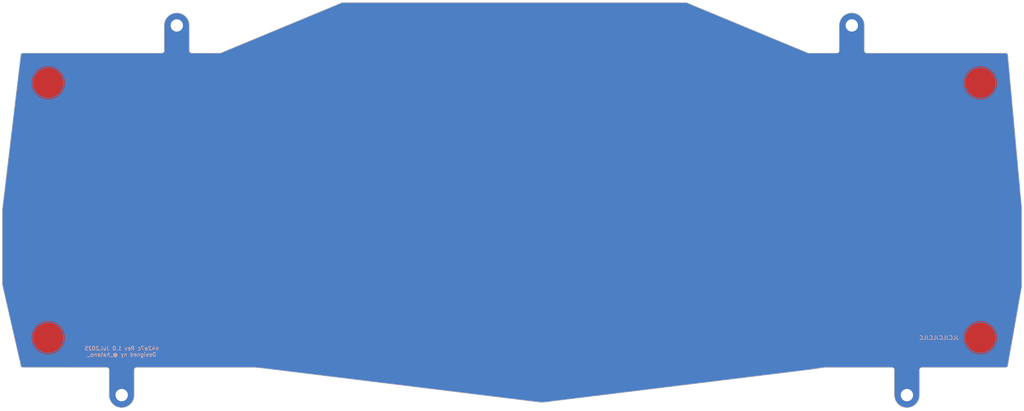
<source format=kicad_pcb>
(kicad_pcb (version 20241229) (generator "pcbnew") (generator_version "9.0")
  (title_block (title "n42a7c") (date "2025-06-08") (rev "1.0"))
  (layers (0 "F.Cu" mixed) (2 "B.Cu" mixed) (13 "F.Paste" user) (15 "B.Paste" user) (5 "F.SilkS" user "F.Silkscreen") (7 "B.SilkS" user "B.Silkscreen") (1 "F.Mask" user) (3 "B.Mask" user) (25 "Edge.Cuts" user))
  (net 0 "")
  (net 1 "GND")
  (footprint "cscslib:MountingHole_M3_plating_truss" (layer "F.Cu") (at 44.6484 124.42021)
    (property "Reference" "H3")
    (property "Value" "MountingHole_Pad" (hide yes))
    (pad "1" thru_hole circle (at 0 0) (size 3.4 3.4) (drill 3.2) (layers "*.Cu" "*.Mask") (net 1 "GND") (clearance 1.75))
  )
  (footprint "cscslib:MountingHole_M3_plating_truss" (layer "F.Cu") (at 58.935987 28.57502)
    (property "Reference" "H1")
    (property "Value" "MountingHole_Pad" (hide yes))
    (pad "1" thru_hole circle (at 0 0) (size 3.4 3.4) (drill 3.2) (layers "*.Cu" "*.Mask") (net 1 "GND") (clearance 1.75))
  )
  (footprint "cscslib:MountingHole_M3_plating_truss" (layer "F.Cu") (at 248.245104 124.420416)
    (property "Reference" "H4")
    (property "Value" "MountingHole_Pad" (hide yes))
    (pad "1" thru_hole circle (at 0 0) (size 3.4 3.4) (drill 3.2) (layers "*.Cu" "*.Mask") (net 1 "GND") (clearance 1.75))
  )
  (footprint "cscslib:MountingHole_M3_plating_truss" (layer "F.Cu") (at 233.958009 28.575024)
    (property "Reference" "H2")
    (property "Value" "MountingHole_Pad" (hide yes))
    (pad "1" thru_hole circle (at 0 0) (size 3.4 3.4) (drill 3.2) (layers "*.Cu" "*.Mask") (net 1 "GND") (clearance 1.75))
  )
  (gr_circle (center 25.598459 43.457849) (end 21.598459 43.457849) (stroke (width 0.2)) (fill no) (layer "B.Cu"))
  (gr_circle (center 25.598459 109.537592) (end 21.598459 109.537592) (stroke (width 0.2)) (fill no) (layer "B.Cu"))
  (gr_circle (center 267.295537 43.457849) (end 263.295537 43.457849) (stroke (width 0.2)) (fill no) (layer "B.Cu"))
  (gr_circle (center 267.295537 109.537592) (end 263.295537 109.537592) (stroke (width 0.2)) (fill no) (layer "B.Cu"))
  (gr_line (start 230.684177 35.123382) (end 230.684287 28.575052) (stroke (width 0.15)) (layer "Edge.Cuts"))
  (gr_line (start 191.095473 22.621875) (end 183.356096 22.621875) (stroke (width 0.15)) (layer "Edge.Cuts"))
  (gr_arc (start 55.661679 35.123375) (mid 55.487323 35.54437) (end 55.066349 35.718708) (stroke (width 0.15)) (layer "Edge.Cuts"))
  (gr_line (start 41.374121 124.420207) (end 41.374128 117.876813) (stroke (width 0.15)) (layer "Edge.Cuts"))
  (gr_line (start 80.073858 117.34053) (end 153.342313 126.336706) (stroke (width 0.15)) (layer "Edge.Cuts"))
  (gr_line (start 223.562205 117.775766) (end 226.814253 117.276661) (stroke (width 0.15)) (layer "Edge.Cuts"))
  (gr_arc (start 47.922681 124.420208) (mid 44.648295 127.694491) (end 41.374121 124.419998) (stroke (width 0.15)) (layer "Edge.Cuts"))
  (gr_line (start 153.838937 126.336706) (end 223.562205 117.775766) (stroke (width 0.15)) (layer "Edge.Cuts"))
  (gr_arc (start 230.684204 35.12343) (mid 230.50983 35.544357) (end 230.088891 35.718742) (stroke (width 0.15)) (layer "Edge.Cuts"))
  (gr_line (start 153.342313 126.336706) (end 153.838937 126.336706) (stroke (width 0.15)) (layer "Edge.Cuts"))
  (gr_line (start 237.231831 28.575043) (end 237.231904 35.123486) (stroke (width 0.15)) (layer "Edge.Cuts"))
  (gr_arc (start 18.45471 36.314113) (mid 18.62907 35.893163) (end 19.050023 35.718803) (stroke (width 0.15)) (layer "Edge.Cuts"))
  (gr_arc (start 273.843546 35.7188) (mid 274.264492 35.893152) (end 274.438858 36.314115) (stroke (width 0.15)) (layer "Edge.Cuts"))
  (gr_arc (start 244.375185 117.276669) (mid 244.796097 117.451089) (end 244.970499 117.871994) (stroke (width 0.15)) (layer "Edge.Cuts"))
  (gr_line (start 226.814253 117.276462) (end 244.375024 117.276464) (stroke (width 0.15)) (layer "Edge.Cuts"))
  (gr_line (start 252.114181 117.276667) (end 273.843481 117.276466) (stroke (width 0.15)) (layer "Edge.Cuts"))
  (gr_arc (start 40.78259 117.27626) (mid 41.200982 117.452045) (end 41.374128 117.871566) (stroke (width 0.15)) (layer "Edge.Cuts"))
  (gr_line (start 183.35625 22.621875) (end 175.02202 22.621875) (stroke (width 0.15)) (layer "Edge.Cuts"))
  (gr_line (start 175.02202 22.621875) (end 173.236111 22.621875) (stroke (width 0.15)) (layer "Edge.Cuts"))
  (gr_line (start 79.176629 117.276663) (end 80.073858 117.34053) (stroke (width 0.15)) (layer "Edge.Cuts"))
  (gr_line (start 70.246967 35.718695) (end 62.8055 35.718737) (stroke (width 0.15)) (layer "Edge.Cuts"))
  (gr_line (start 55.661606 35.123465) (end 55.661664 28.575024) (stroke (width 0.15)) (layer "Edge.Cuts"))
  (gr_line (start 274.438831 36.314115) (end 278.010704 75.604624) (stroke (width 0.15)) (layer "Edge.Cuts"))
  (gr_arc (start 55.661664 28.575024) (mid 58.935989 25.300694) (end 62.210307 28.575021) (stroke (width 0.15)) (layer "Edge.Cuts"))
  (gr_line (start 237.843961 35.718728) (end 273.8435 35.718804) (stroke (width 0.15)) (layer "Edge.Cuts"))
  (gr_line (start 18.454703 36.314113) (end 13.692199 76.200064) (stroke (width 0.15)) (layer "Edge.Cuts"))
  (gr_line (start 278.010704 75.604624) (end 278.010704 96.440544) (stroke (width 0.15)) (layer "Edge.Cuts"))
  (gr_line (start 278.010704 96.440544) (end 274.439295 116.681348) (stroke (width 0.15)) (layer "Edge.Cuts"))
  (gr_arc (start 47.922517 117.871554) (mid 48.10238 117.445191) (end 48.533251 117.276414) (stroke (width 0.15)) (layer "Edge.Cuts"))
  (gr_arc (start 19.049886 117.270465) (mid 18.628987 117.096118) (end 18.454639 116.675221) (stroke (width 0.15)) (layer "Edge.Cuts"))
  (gr_line (start 230.088891 35.718742) (end 222.647208 35.718934) (stroke (width 0.15)) (layer "Edge.Cuts"))
  (gr_line (start 13.692199 95.845396) (end 13.692199 76.200064) (stroke (width 0.15)) (layer "Edge.Cuts"))
  (gr_arc (start 251.518868 117.871986) (mid 251.693352 117.451156) (end 252.114181 117.276667) (stroke (width 0.15)) (layer "Edge.Cuts"))
  (gr_line (start 244.970473 117.871995) (end 244.970466 124.420417) (stroke (width 0.15)) (layer "Edge.Cuts"))
  (gr_arc (start 230.684287 28.575052) (mid 233.958096 25.301187) (end 237.231831 28.575043) (stroke (width 0.15)) (layer "Edge.Cuts"))
  (gr_line (start 47.922553 117.871566) (end 47.922681 124.420208) (stroke (width 0.15)) (layer "Edge.Cuts"))
  (gr_arc (start 237.837163 35.718872) (mid 237.410226 35.547784) (end 237.232604 35.123543) (stroke (width 0.15)) (layer "Edge.Cuts"))
  (gr_line (start 101.798523 22.621894) (end 70.246706 35.718697) (stroke (width 0.15)) (layer "Edge.Cuts"))
  (gr_line (start 40.78259 117.27626) (end 19.049886 117.270464) (stroke (width 0.15)) (layer "Edge.Cuts"))
  (gr_line (start 251.519742 124.420417) (end 251.519764 117.871988) (stroke (width 0.15)) (layer "Edge.Cuts"))
  (gr_arc (start 62.805389 35.718738) (mid 62.384517 35.544352) (end 62.210114 35.123467) (stroke (width 0.15)) (layer "Edge.Cuts"))
  (gr_arc (start 274.439268 116.681329) (mid 274.264804 117.102156) (end 273.843955 117.276642) (stroke (width 0.15)) (layer "Edge.Cuts"))
  (gr_line (start 13.692199 95.845396) (end 18.454638 116.6753) (stroke (width 0.15)) (layer "Edge.Cuts"))
  (gr_line (start 62.210307 28.575021) (end 62.210348 35.123466) (stroke (width 0.15)) (layer "Edge.Cuts"))
  (gr_line (start 173.236111 22.621875) (end 155.376693 22.621875) (stroke (width 0.15)) (layer "Edge.Cuts"))
  (gr_line (start 48.540019 117.276628) (end 79.176629 117.276663) (stroke (width 0.15)) (layer "Edge.Cuts"))
  (gr_line (start 55.066349 35.718708) (end 19.050023 35.718803) (stroke (width 0.15)) (layer "Edge.Cuts"))
  (gr_arc (start 251.519742 124.420417) (mid 248.245104 127.695054) (end 244.970466 124.420417) (stroke (width 0.15)) (layer "Edge.Cuts"))
  (gr_line (start 101.798523 22.621894) (end 155.376693 22.621875) (stroke (width 0.15)) (layer "Edge.Cuts"))
  (gr_line (start 191.095473 22.621875) (end 222.647528 35.71878) (stroke (width 0.15)) (layer "Edge.Cuts"))
  (gr_text "n42a7c Rev 1.0 Jul.2025\nDesigned ny @_hatano_" (at 44.648475 113.10947 -0) (layer "B.SilkS") (effects (font (size 1 1)) (justify mirror)))
  (gr_text "JLCJLCJLCJLC" (at 256.579903 109.537592 -0) (layer "B.SilkS") (effects (font (size 1 1)) (justify mirror)))
  (zone (net 1) (net_name "GND") (layers "F.Cu" "B.Cu") (connect_pads (clearance 0)) (min_thickness 0.25) (fill yes (thermal_gap 0.5) (thermal_bridge_width 0.5))
    (polygon (pts (xy 278.60625 128.5875) (xy 278.606016 22.3242) (xy 13.096876 22.3242) (xy 13.096873 128.587499)))
  )
)
</source>
